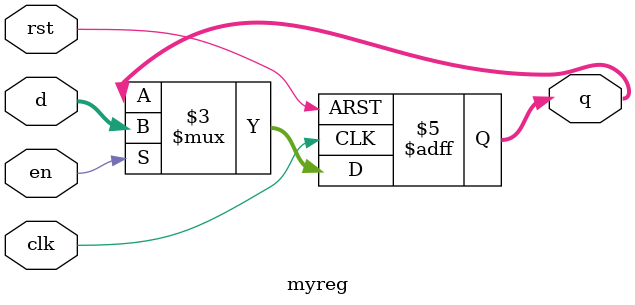
<source format=v>
module myreg #(  parameter N = 16 )(
    input [N-1:0] d,
    output reg [N-1:0] q,
    input clk,
    input en,
    input rst
    );
   

      
   always @(posedge clk,posedge rst) begin
       if(rst==1)
            q<=0;
       else    
        if(en)
            q<=d;
   end
    
endmodule

</source>
